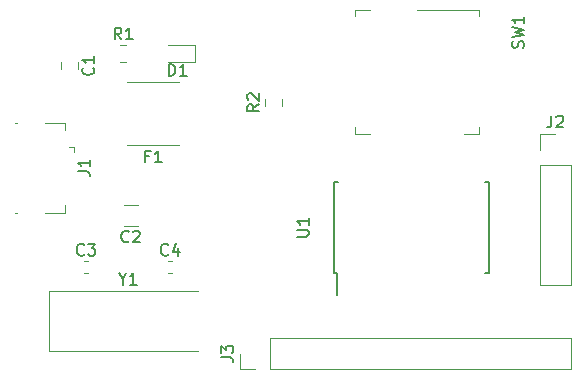
<source format=gbr>
G04 #@! TF.GenerationSoftware,KiCad,Pcbnew,(5.0.1)-4*
G04 #@! TF.CreationDate,2019-08-09T21:17:30+02:00*
G04 #@! TF.ProjectId,USB-SPI_prog,5553422D5350495F70726F672E6B6963,rev?*
G04 #@! TF.SameCoordinates,Original*
G04 #@! TF.FileFunction,Legend,Top*
G04 #@! TF.FilePolarity,Positive*
%FSLAX46Y46*%
G04 Gerber Fmt 4.6, Leading zero omitted, Abs format (unit mm)*
G04 Created by KiCad (PCBNEW (5.0.1)-4) date 09.08.2019 21:17:30*
%MOMM*%
%LPD*%
G01*
G04 APERTURE LIST*
%ADD10C,0.120000*%
%ADD11C,0.150000*%
G04 APERTURE END LIST*
D10*
G04 #@! TO.C,F1*
X133267752Y-91062000D02*
X128860248Y-91062000D01*
X133267752Y-85722000D02*
X128860248Y-85722000D01*
G04 #@! TO.C,SW1*
X158666000Y-89536000D02*
X158666000Y-90086000D01*
X158666000Y-90086000D02*
X157416000Y-90086000D01*
X148166000Y-89536000D02*
X148166000Y-90086000D01*
X148166000Y-90086000D02*
X149416000Y-90086000D01*
X158666000Y-80136000D02*
X158666000Y-79586000D01*
X158666000Y-79586000D02*
X153416000Y-79586000D01*
X148166000Y-80136000D02*
X148166000Y-79586000D01*
X148166000Y-79586000D02*
X149416000Y-79586000D01*
G04 #@! TO.C,C1*
X124662000Y-84069422D02*
X124662000Y-84586578D01*
X123242000Y-84069422D02*
X123242000Y-84586578D01*
G04 #@! TO.C,C2*
X129758064Y-97938000D02*
X128553936Y-97938000D01*
X129758064Y-96118000D02*
X128553936Y-96118000D01*
G04 #@! TO.C,C3*
X125220819Y-101907831D02*
X125546377Y-101907831D01*
X125220819Y-100887831D02*
X125546377Y-100887831D01*
G04 #@! TO.C,C4*
X132332819Y-100887831D02*
X132658377Y-100887831D01*
X132332819Y-101907831D02*
X132658377Y-101907831D01*
G04 #@! TO.C,D1*
X132296000Y-84047000D02*
X134581000Y-84047000D01*
X134581000Y-84047000D02*
X134581000Y-82577000D01*
X134581000Y-82577000D02*
X132296000Y-82577000D01*
G04 #@! TO.C,J1*
X123630000Y-89154000D02*
X123630000Y-89814000D01*
X121900000Y-89154000D02*
X123630000Y-89154000D01*
X119330000Y-96774000D02*
X119540000Y-96774000D01*
X119330000Y-89154000D02*
X119540000Y-89154000D01*
X121900000Y-96774000D02*
X123630000Y-96774000D01*
X123630000Y-96774000D02*
X123630000Y-96124000D01*
X124330000Y-91204000D02*
X124330000Y-91654000D01*
X124330000Y-91204000D02*
X123940000Y-91204000D01*
G04 #@! TO.C,J2*
X163770000Y-102930000D02*
X166430000Y-102930000D01*
X163770000Y-92710000D02*
X163770000Y-102930000D01*
X166430000Y-92710000D02*
X166430000Y-102930000D01*
X163770000Y-92710000D02*
X166430000Y-92710000D01*
X163770000Y-91440000D02*
X163770000Y-90110000D01*
X163770000Y-90110000D02*
X165100000Y-90110000D01*
G04 #@! TO.C,J3*
X166430000Y-110042000D02*
X166430000Y-107382000D01*
X140970000Y-110042000D02*
X166430000Y-110042000D01*
X140970000Y-107382000D02*
X166430000Y-107382000D01*
X140970000Y-110042000D02*
X140970000Y-107382000D01*
X139700000Y-110042000D02*
X138370000Y-110042000D01*
X138370000Y-110042000D02*
X138370000Y-108712000D01*
G04 #@! TO.C,R1*
X128265422Y-84022000D02*
X128782578Y-84022000D01*
X128265422Y-82602000D02*
X128782578Y-82602000D01*
G04 #@! TO.C,R2*
X140514000Y-87713078D02*
X140514000Y-87195922D01*
X141934000Y-87713078D02*
X141934000Y-87195922D01*
D11*
G04 #@! TO.C,U1*
X146333000Y-101919000D02*
X146583000Y-101919000D01*
X146333000Y-94169000D02*
X146668000Y-94169000D01*
X159483000Y-94169000D02*
X159148000Y-94169000D01*
X159483000Y-101919000D02*
X159148000Y-101919000D01*
X146333000Y-101919000D02*
X146333000Y-94169000D01*
X159483000Y-101919000D02*
X159483000Y-94169000D01*
X146583000Y-101919000D02*
X146583000Y-103719000D01*
D10*
G04 #@! TO.C,Y1*
X134839598Y-103419831D02*
X122239598Y-103419831D01*
X122239598Y-103419831D02*
X122239598Y-108519831D01*
X122239598Y-108519831D02*
X134839598Y-108519831D01*
G04 #@! TO.C,F1*
D11*
X130730666Y-92000571D02*
X130397333Y-92000571D01*
X130397333Y-92524380D02*
X130397333Y-91524380D01*
X130873523Y-91524380D01*
X131778285Y-92524380D02*
X131206857Y-92524380D01*
X131492571Y-92524380D02*
X131492571Y-91524380D01*
X131397333Y-91667238D01*
X131302095Y-91762476D01*
X131206857Y-91810095D01*
G04 #@! TO.C,SW1*
X162395761Y-82844333D02*
X162443380Y-82701476D01*
X162443380Y-82463380D01*
X162395761Y-82368142D01*
X162348142Y-82320523D01*
X162252904Y-82272904D01*
X162157666Y-82272904D01*
X162062428Y-82320523D01*
X162014809Y-82368142D01*
X161967190Y-82463380D01*
X161919571Y-82653857D01*
X161871952Y-82749095D01*
X161824333Y-82796714D01*
X161729095Y-82844333D01*
X161633857Y-82844333D01*
X161538619Y-82796714D01*
X161491000Y-82749095D01*
X161443380Y-82653857D01*
X161443380Y-82415761D01*
X161491000Y-82272904D01*
X161443380Y-81939571D02*
X162443380Y-81701476D01*
X161729095Y-81511000D01*
X162443380Y-81320523D01*
X161443380Y-81082428D01*
X162443380Y-80177666D02*
X162443380Y-80749095D01*
X162443380Y-80463380D02*
X161443380Y-80463380D01*
X161586238Y-80558619D01*
X161681476Y-80653857D01*
X161729095Y-80749095D01*
G04 #@! TO.C,C1*
X125959142Y-84494666D02*
X126006761Y-84542285D01*
X126054380Y-84685142D01*
X126054380Y-84780380D01*
X126006761Y-84923238D01*
X125911523Y-85018476D01*
X125816285Y-85066095D01*
X125625809Y-85113714D01*
X125482952Y-85113714D01*
X125292476Y-85066095D01*
X125197238Y-85018476D01*
X125102000Y-84923238D01*
X125054380Y-84780380D01*
X125054380Y-84685142D01*
X125102000Y-84542285D01*
X125149619Y-84494666D01*
X126054380Y-83542285D02*
X126054380Y-84113714D01*
X126054380Y-83828000D02*
X125054380Y-83828000D01*
X125197238Y-83923238D01*
X125292476Y-84018476D01*
X125340095Y-84113714D01*
G04 #@! TO.C,C2*
X128989333Y-99205142D02*
X128941714Y-99252761D01*
X128798857Y-99300380D01*
X128703619Y-99300380D01*
X128560761Y-99252761D01*
X128465523Y-99157523D01*
X128417904Y-99062285D01*
X128370285Y-98871809D01*
X128370285Y-98728952D01*
X128417904Y-98538476D01*
X128465523Y-98443238D01*
X128560761Y-98348000D01*
X128703619Y-98300380D01*
X128798857Y-98300380D01*
X128941714Y-98348000D01*
X128989333Y-98395619D01*
X129370285Y-98395619D02*
X129417904Y-98348000D01*
X129513142Y-98300380D01*
X129751238Y-98300380D01*
X129846476Y-98348000D01*
X129894095Y-98395619D01*
X129941714Y-98490857D01*
X129941714Y-98586095D01*
X129894095Y-98728952D01*
X129322666Y-99300380D01*
X129941714Y-99300380D01*
G04 #@! TO.C,C3*
X125216931Y-100324973D02*
X125169312Y-100372592D01*
X125026455Y-100420211D01*
X124931217Y-100420211D01*
X124788359Y-100372592D01*
X124693121Y-100277354D01*
X124645502Y-100182116D01*
X124597883Y-99991640D01*
X124597883Y-99848783D01*
X124645502Y-99658307D01*
X124693121Y-99563069D01*
X124788359Y-99467831D01*
X124931217Y-99420211D01*
X125026455Y-99420211D01*
X125169312Y-99467831D01*
X125216931Y-99515450D01*
X125550264Y-99420211D02*
X126169312Y-99420211D01*
X125835978Y-99801164D01*
X125978836Y-99801164D01*
X126074074Y-99848783D01*
X126121693Y-99896402D01*
X126169312Y-99991640D01*
X126169312Y-100229735D01*
X126121693Y-100324973D01*
X126074074Y-100372592D01*
X125978836Y-100420211D01*
X125693121Y-100420211D01*
X125597883Y-100372592D01*
X125550264Y-100324973D01*
G04 #@! TO.C,C4*
X132328931Y-100324973D02*
X132281312Y-100372592D01*
X132138455Y-100420211D01*
X132043217Y-100420211D01*
X131900359Y-100372592D01*
X131805121Y-100277354D01*
X131757502Y-100182116D01*
X131709883Y-99991640D01*
X131709883Y-99848783D01*
X131757502Y-99658307D01*
X131805121Y-99563069D01*
X131900359Y-99467831D01*
X132043217Y-99420211D01*
X132138455Y-99420211D01*
X132281312Y-99467831D01*
X132328931Y-99515450D01*
X133186074Y-99753545D02*
X133186074Y-100420211D01*
X132947978Y-99372592D02*
X132709883Y-100086878D01*
X133328931Y-100086878D01*
G04 #@! TO.C,D1*
X132357904Y-85194380D02*
X132357904Y-84194380D01*
X132596000Y-84194380D01*
X132738857Y-84242000D01*
X132834095Y-84337238D01*
X132881714Y-84432476D01*
X132929333Y-84622952D01*
X132929333Y-84765809D01*
X132881714Y-84956285D01*
X132834095Y-85051523D01*
X132738857Y-85146761D01*
X132596000Y-85194380D01*
X132357904Y-85194380D01*
X133881714Y-85194380D02*
X133310285Y-85194380D01*
X133596000Y-85194380D02*
X133596000Y-84194380D01*
X133500761Y-84337238D01*
X133405523Y-84432476D01*
X133310285Y-84480095D01*
G04 #@! TO.C,J1*
X124672380Y-93297333D02*
X125386666Y-93297333D01*
X125529523Y-93344952D01*
X125624761Y-93440190D01*
X125672380Y-93583047D01*
X125672380Y-93678285D01*
X125672380Y-92297333D02*
X125672380Y-92868761D01*
X125672380Y-92583047D02*
X124672380Y-92583047D01*
X124815238Y-92678285D01*
X124910476Y-92773523D01*
X124958095Y-92868761D01*
G04 #@! TO.C,J2*
X164766666Y-88562380D02*
X164766666Y-89276666D01*
X164719047Y-89419523D01*
X164623809Y-89514761D01*
X164480952Y-89562380D01*
X164385714Y-89562380D01*
X165195238Y-88657619D02*
X165242857Y-88610000D01*
X165338095Y-88562380D01*
X165576190Y-88562380D01*
X165671428Y-88610000D01*
X165719047Y-88657619D01*
X165766666Y-88752857D01*
X165766666Y-88848095D01*
X165719047Y-88990952D01*
X165147619Y-89562380D01*
X165766666Y-89562380D01*
G04 #@! TO.C,J3*
X136822380Y-109045333D02*
X137536666Y-109045333D01*
X137679523Y-109092952D01*
X137774761Y-109188190D01*
X137822380Y-109331047D01*
X137822380Y-109426285D01*
X136822380Y-108664380D02*
X136822380Y-108045333D01*
X137203333Y-108378666D01*
X137203333Y-108235809D01*
X137250952Y-108140571D01*
X137298571Y-108092952D01*
X137393809Y-108045333D01*
X137631904Y-108045333D01*
X137727142Y-108092952D01*
X137774761Y-108140571D01*
X137822380Y-108235809D01*
X137822380Y-108521523D01*
X137774761Y-108616761D01*
X137727142Y-108664380D01*
G04 #@! TO.C,R1*
X128357333Y-82114380D02*
X128024000Y-81638190D01*
X127785904Y-82114380D02*
X127785904Y-81114380D01*
X128166857Y-81114380D01*
X128262095Y-81162000D01*
X128309714Y-81209619D01*
X128357333Y-81304857D01*
X128357333Y-81447714D01*
X128309714Y-81542952D01*
X128262095Y-81590571D01*
X128166857Y-81638190D01*
X127785904Y-81638190D01*
X129309714Y-82114380D02*
X128738285Y-82114380D01*
X129024000Y-82114380D02*
X129024000Y-81114380D01*
X128928761Y-81257238D01*
X128833523Y-81352476D01*
X128738285Y-81400095D01*
G04 #@! TO.C,R2*
X140026380Y-87621166D02*
X139550190Y-87954500D01*
X140026380Y-88192595D02*
X139026380Y-88192595D01*
X139026380Y-87811642D01*
X139074000Y-87716404D01*
X139121619Y-87668785D01*
X139216857Y-87621166D01*
X139359714Y-87621166D01*
X139454952Y-87668785D01*
X139502571Y-87716404D01*
X139550190Y-87811642D01*
X139550190Y-88192595D01*
X139121619Y-87240214D02*
X139074000Y-87192595D01*
X139026380Y-87097357D01*
X139026380Y-86859261D01*
X139074000Y-86764023D01*
X139121619Y-86716404D01*
X139216857Y-86668785D01*
X139312095Y-86668785D01*
X139454952Y-86716404D01*
X140026380Y-87287833D01*
X140026380Y-86668785D01*
G04 #@! TO.C,U1*
X143216380Y-98805904D02*
X144025904Y-98805904D01*
X144121142Y-98758285D01*
X144168761Y-98710666D01*
X144216380Y-98615428D01*
X144216380Y-98424952D01*
X144168761Y-98329714D01*
X144121142Y-98282095D01*
X144025904Y-98234476D01*
X143216380Y-98234476D01*
X144216380Y-97234476D02*
X144216380Y-97805904D01*
X144216380Y-97520190D02*
X143216380Y-97520190D01*
X143359238Y-97615428D01*
X143454476Y-97710666D01*
X143502095Y-97805904D01*
G04 #@! TO.C,Y1*
X128463407Y-102396021D02*
X128463407Y-102872211D01*
X128130074Y-101872211D02*
X128463407Y-102396021D01*
X128796740Y-101872211D01*
X129653883Y-102872211D02*
X129082455Y-102872211D01*
X129368169Y-102872211D02*
X129368169Y-101872211D01*
X129272931Y-102015069D01*
X129177693Y-102110307D01*
X129082455Y-102157926D01*
G04 #@! TD*
M02*

</source>
